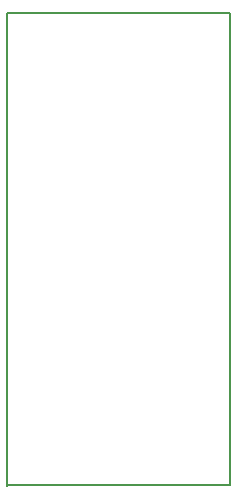
<source format=gbr>
G04 #@! TF.FileFunction,Profile,NP*
%FSLAX46Y46*%
G04 Gerber Fmt 4.6, Leading zero omitted, Abs format (unit mm)*
G04 Created by KiCad (PCBNEW 4.0.7) date 12/19/17 15:23:22*
%MOMM*%
%LPD*%
G01*
G04 APERTURE LIST*
%ADD10C,0.100000*%
%ADD11C,0.150000*%
G04 APERTURE END LIST*
D10*
D11*
X158752540Y-124099320D02*
X139862560Y-124099320D01*
X158752540Y-84114640D02*
X158752540Y-124099320D01*
X139870180Y-84114640D02*
X158752540Y-84114640D01*
X139867640Y-124198380D02*
X139870180Y-124198380D01*
X139867640Y-84099400D02*
X139867640Y-124198380D01*
M02*

</source>
